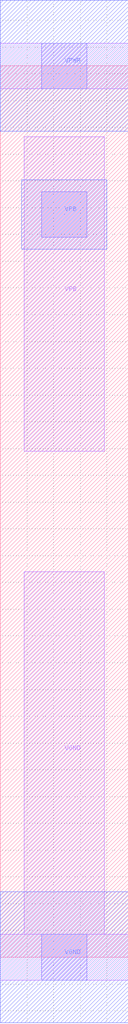
<source format=lef>
# Copyright 2020 The SkyWater PDK Authors
#
# Licensed under the Apache License, Version 2.0 (the "License");
# you may not use this file except in compliance with the License.
# You may obtain a copy of the License at
#
#     https://www.apache.org/licenses/LICENSE-2.0
#
# Unless required by applicable law or agreed to in writing, software
# distributed under the License is distributed on an "AS IS" BASIS,
# WITHOUT WARRANTIES OR CONDITIONS OF ANY KIND, either express or implied.
# See the License for the specific language governing permissions and
# limitations under the License.
#
# SPDX-License-Identifier: Apache-2.0

VERSION 5.7 ;
  NAMESCASESENSITIVE ON ;
  NOWIREEXTENSIONATPIN ON ;
  DIVIDERCHAR "/" ;
  BUSBITCHARS "[]" ;
UNITS
  DATABASE MICRONS 200 ;
END UNITS
MACRO sky130_fd_sc_ls__tapvgnd_1
  CLASS CORE ;
  SOURCE USER ;
  FOREIGN sky130_fd_sc_ls__tapvgnd_1 ;
  ORIGIN  0.000000  0.000000 ;
  SIZE  0.480000 BY  3.330000 ;
  SYMMETRY X Y ;
  SITE unit ;
  PIN VPB
    ANTENNADIFFAREA  0.142800 ;
    PORT
      LAYER li1 ;
        RECT 0.090000 1.890000 0.390000 3.065000 ;
      LAYER mcon ;
        RECT 0.155000 2.690000 0.325000 2.860000 ;
      LAYER met1 ;
        RECT 0.080000 2.645000 0.400000 2.905000 ;
    END
  END VPB
  PIN VGND
    DIRECTION INOUT ;
    SHAPE ABUTMENT ;
    USE GROUND ;
    PORT
      LAYER li1 ;
        RECT 0.000000 -0.085000 0.480000 0.085000 ;
        RECT 0.090000  0.085000 0.390000 1.440000 ;
      LAYER mcon ;
        RECT 0.155000 -0.085000 0.325000 0.085000 ;
      LAYER met1 ;
        RECT 0.000000 -0.245000 0.480000 0.245000 ;
    END
  END VGND
  PIN VPWR
    DIRECTION INOUT ;
    SHAPE ABUTMENT ;
    USE POWER ;
    PORT
      LAYER li1 ;
        RECT 0.000000 3.245000 0.480000 3.415000 ;
      LAYER mcon ;
        RECT 0.155000 3.245000 0.325000 3.415000 ;
      LAYER met1 ;
        RECT 0.000000 3.085000 0.480000 3.575000 ;
    END
  END VPWR
END sky130_fd_sc_ls__tapvgnd_1

</source>
